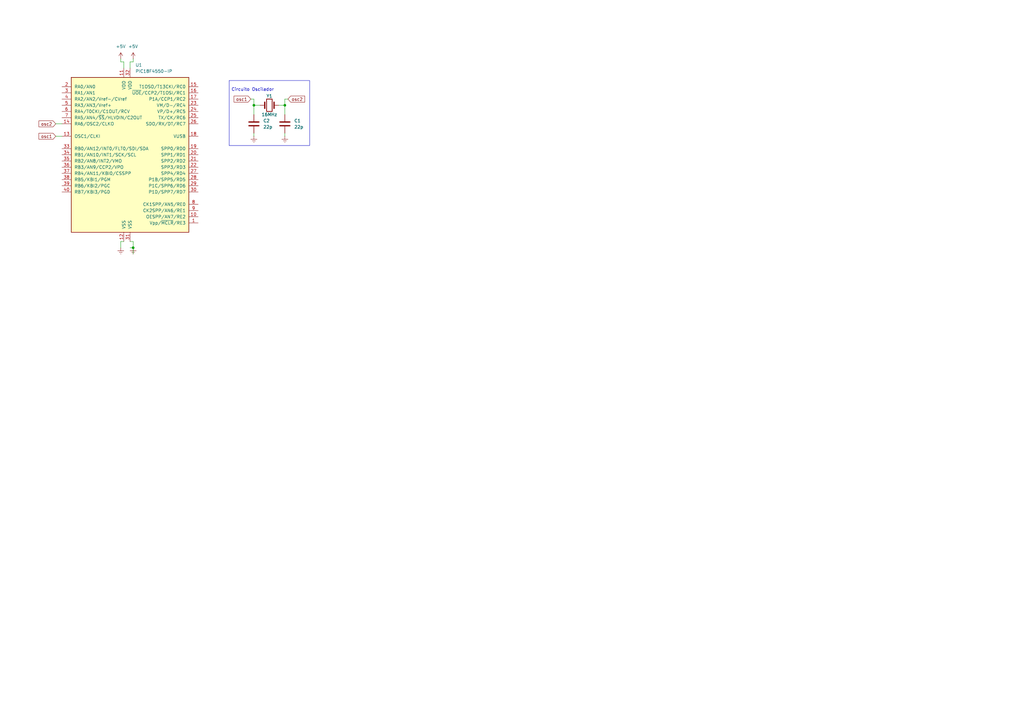
<source format=kicad_sch>
(kicad_sch
	(version 20231120)
	(generator "eeschema")
	(generator_version "8.0")
	(uuid "6a6fca06-2a07-4cf6-8455-6f0f871f8bc9")
	(paper "A3")
	(title_block
		(title "Projeto 1 - Carlos Daniel de Souza Nunes")
		(date "14/03/2025")
	)
	(lib_symbols
		(symbol "Device:C"
			(pin_numbers hide)
			(pin_names
				(offset 0.254)
			)
			(exclude_from_sim no)
			(in_bom yes)
			(on_board yes)
			(property "Reference" "C"
				(at 0.635 2.54 0)
				(effects
					(font
						(size 1.27 1.27)
					)
					(justify left)
				)
			)
			(property "Value" "C"
				(at 0.635 -2.54 0)
				(effects
					(font
						(size 1.27 1.27)
					)
					(justify left)
				)
			)
			(property "Footprint" ""
				(at 0.9652 -3.81 0)
				(effects
					(font
						(size 1.27 1.27)
					)
					(hide yes)
				)
			)
			(property "Datasheet" "~"
				(at 0 0 0)
				(effects
					(font
						(size 1.27 1.27)
					)
					(hide yes)
				)
			)
			(property "Description" "Unpolarized capacitor"
				(at 0 0 0)
				(effects
					(font
						(size 1.27 1.27)
					)
					(hide yes)
				)
			)
			(property "ki_keywords" "cap capacitor"
				(at 0 0 0)
				(effects
					(font
						(size 1.27 1.27)
					)
					(hide yes)
				)
			)
			(property "ki_fp_filters" "C_*"
				(at 0 0 0)
				(effects
					(font
						(size 1.27 1.27)
					)
					(hide yes)
				)
			)
			(symbol "C_0_1"
				(polyline
					(pts
						(xy -2.032 -0.762) (xy 2.032 -0.762)
					)
					(stroke
						(width 0.508)
						(type default)
					)
					(fill
						(type none)
					)
				)
				(polyline
					(pts
						(xy -2.032 0.762) (xy 2.032 0.762)
					)
					(stroke
						(width 0.508)
						(type default)
					)
					(fill
						(type none)
					)
				)
			)
			(symbol "C_1_1"
				(pin passive line
					(at 0 3.81 270)
					(length 2.794)
					(name "~"
						(effects
							(font
								(size 1.27 1.27)
							)
						)
					)
					(number "1"
						(effects
							(font
								(size 1.27 1.27)
							)
						)
					)
				)
				(pin passive line
					(at 0 -3.81 90)
					(length 2.794)
					(name "~"
						(effects
							(font
								(size 1.27 1.27)
							)
						)
					)
					(number "2"
						(effects
							(font
								(size 1.27 1.27)
							)
						)
					)
				)
			)
		)
		(symbol "Device:Crystal"
			(pin_numbers hide)
			(pin_names
				(offset 1.016) hide)
			(exclude_from_sim no)
			(in_bom yes)
			(on_board yes)
			(property "Reference" "Y"
				(at 0 3.81 0)
				(effects
					(font
						(size 1.27 1.27)
					)
				)
			)
			(property "Value" "Crystal"
				(at 0 -3.81 0)
				(effects
					(font
						(size 1.27 1.27)
					)
				)
			)
			(property "Footprint" ""
				(at 0 0 0)
				(effects
					(font
						(size 1.27 1.27)
					)
					(hide yes)
				)
			)
			(property "Datasheet" "~"
				(at 0 0 0)
				(effects
					(font
						(size 1.27 1.27)
					)
					(hide yes)
				)
			)
			(property "Description" "Two pin crystal"
				(at 0 0 0)
				(effects
					(font
						(size 1.27 1.27)
					)
					(hide yes)
				)
			)
			(property "ki_keywords" "quartz ceramic resonator oscillator"
				(at 0 0 0)
				(effects
					(font
						(size 1.27 1.27)
					)
					(hide yes)
				)
			)
			(property "ki_fp_filters" "Crystal*"
				(at 0 0 0)
				(effects
					(font
						(size 1.27 1.27)
					)
					(hide yes)
				)
			)
			(symbol "Crystal_0_1"
				(rectangle
					(start -1.143 2.54)
					(end 1.143 -2.54)
					(stroke
						(width 0.3048)
						(type default)
					)
					(fill
						(type none)
					)
				)
				(polyline
					(pts
						(xy -2.54 0) (xy -1.905 0)
					)
					(stroke
						(width 0)
						(type default)
					)
					(fill
						(type none)
					)
				)
				(polyline
					(pts
						(xy -1.905 -1.27) (xy -1.905 1.27)
					)
					(stroke
						(width 0.508)
						(type default)
					)
					(fill
						(type none)
					)
				)
				(polyline
					(pts
						(xy 1.905 -1.27) (xy 1.905 1.27)
					)
					(stroke
						(width 0.508)
						(type default)
					)
					(fill
						(type none)
					)
				)
				(polyline
					(pts
						(xy 2.54 0) (xy 1.905 0)
					)
					(stroke
						(width 0)
						(type default)
					)
					(fill
						(type none)
					)
				)
			)
			(symbol "Crystal_1_1"
				(pin passive line
					(at -3.81 0 0)
					(length 1.27)
					(name "1"
						(effects
							(font
								(size 1.27 1.27)
							)
						)
					)
					(number "1"
						(effects
							(font
								(size 1.27 1.27)
							)
						)
					)
				)
				(pin passive line
					(at 3.81 0 180)
					(length 1.27)
					(name "2"
						(effects
							(font
								(size 1.27 1.27)
							)
						)
					)
					(number "2"
						(effects
							(font
								(size 1.27 1.27)
							)
						)
					)
				)
			)
		)
		(symbol "MCU_Microchip_PIC18:PIC18F4550-IP"
			(pin_names
				(offset 1.27)
			)
			(exclude_from_sim no)
			(in_bom yes)
			(on_board yes)
			(property "Reference" "U"
				(at -22.86 33.02 0)
				(effects
					(font
						(size 1.27 1.27)
					)
				)
			)
			(property "Value" "PIC18F4550-IP"
				(at 13.97 -33.02 0)
				(effects
					(font
						(size 1.27 1.27)
					)
				)
			)
			(property "Footprint" "Package_DIP:DIP-40_W15.24mm"
				(at 0 5.08 0)
				(effects
					(font
						(size 1.27 1.27)
						(italic yes)
					)
					(hide yes)
				)
			)
			(property "Datasheet" "http://ww1.microchip.com/downloads/en/DeviceDoc/39760d.pdf"
				(at 0 -6.35 0)
				(effects
					(font
						(size 1.27 1.27)
					)
					(hide yes)
				)
			)
			(property "Description" "32K Flash, 2K SRAM, 256 EEPROM, USB, nanoWatt XLP, DIP40"
				(at 0 0 0)
				(effects
					(font
						(size 1.27 1.27)
					)
					(hide yes)
				)
			)
			(property "ki_keywords" "Flash-Based 8-Bit Microcontroller XLP"
				(at 0 0 0)
				(effects
					(font
						(size 1.27 1.27)
					)
					(hide yes)
				)
			)
			(property "ki_fp_filters" "DIP*W15.24mm* PDIP*W15.24mm*"
				(at 0 0 0)
				(effects
					(font
						(size 1.27 1.27)
					)
					(hide yes)
				)
			)
			(symbol "PIC18F4550-IP_0_1"
				(rectangle
					(start -24.13 31.75)
					(end 24.13 -31.75)
					(stroke
						(width 0.254)
						(type default)
					)
					(fill
						(type background)
					)
				)
			)
			(symbol "PIC18F4550-IP_1_1"
				(pin input line
					(at 27.94 -27.94 180)
					(length 3.81)
					(name "Vpp/~{MCLR}/RE3"
						(effects
							(font
								(size 1.27 1.27)
							)
						)
					)
					(number "1"
						(effects
							(font
								(size 1.27 1.27)
							)
						)
					)
				)
				(pin bidirectional line
					(at 27.94 -25.4 180)
					(length 3.81)
					(name "OESPP/AN7/RE2"
						(effects
							(font
								(size 1.27 1.27)
							)
						)
					)
					(number "10"
						(effects
							(font
								(size 1.27 1.27)
							)
						)
					)
				)
				(pin power_in line
					(at -2.54 35.56 270)
					(length 3.81)
					(name "VDD"
						(effects
							(font
								(size 1.27 1.27)
							)
						)
					)
					(number "11"
						(effects
							(font
								(size 1.27 1.27)
							)
						)
					)
				)
				(pin power_in line
					(at -2.54 -35.56 90)
					(length 3.81)
					(name "VSS"
						(effects
							(font
								(size 1.27 1.27)
							)
						)
					)
					(number "12"
						(effects
							(font
								(size 1.27 1.27)
							)
						)
					)
				)
				(pin input line
					(at -27.94 7.62 0)
					(length 3.81)
					(name "OSC1/CLKI"
						(effects
							(font
								(size 1.27 1.27)
							)
						)
					)
					(number "13"
						(effects
							(font
								(size 1.27 1.27)
							)
						)
					)
				)
				(pin output line
					(at -27.94 12.7 0)
					(length 3.81)
					(name "RA6/OSC2/CLKO"
						(effects
							(font
								(size 1.27 1.27)
							)
						)
					)
					(number "14"
						(effects
							(font
								(size 1.27 1.27)
							)
						)
					)
				)
				(pin bidirectional line
					(at 27.94 27.94 180)
					(length 3.81)
					(name "T1OSO/T13CKI/RC0"
						(effects
							(font
								(size 1.27 1.27)
							)
						)
					)
					(number "15"
						(effects
							(font
								(size 1.27 1.27)
							)
						)
					)
				)
				(pin bidirectional line
					(at 27.94 25.4 180)
					(length 3.81)
					(name "~{UOE}/CCP2/T1OSI/RC1"
						(effects
							(font
								(size 1.27 1.27)
							)
						)
					)
					(number "16"
						(effects
							(font
								(size 1.27 1.27)
							)
						)
					)
				)
				(pin bidirectional line
					(at 27.94 22.86 180)
					(length 3.81)
					(name "P1A/CCP1/RC2"
						(effects
							(font
								(size 1.27 1.27)
							)
						)
					)
					(number "17"
						(effects
							(font
								(size 1.27 1.27)
							)
						)
					)
				)
				(pin bidirectional line
					(at 27.94 7.62 180)
					(length 3.81)
					(name "VUSB"
						(effects
							(font
								(size 1.27 1.27)
							)
						)
					)
					(number "18"
						(effects
							(font
								(size 1.27 1.27)
							)
						)
					)
				)
				(pin bidirectional line
					(at 27.94 2.54 180)
					(length 3.81)
					(name "SPP0/RD0"
						(effects
							(font
								(size 1.27 1.27)
							)
						)
					)
					(number "19"
						(effects
							(font
								(size 1.27 1.27)
							)
						)
					)
				)
				(pin bidirectional line
					(at -27.94 27.94 0)
					(length 3.81)
					(name "RA0/AN0"
						(effects
							(font
								(size 1.27 1.27)
							)
						)
					)
					(number "2"
						(effects
							(font
								(size 1.27 1.27)
							)
						)
					)
				)
				(pin bidirectional line
					(at 27.94 0 180)
					(length 3.81)
					(name "SPP1/RD1"
						(effects
							(font
								(size 1.27 1.27)
							)
						)
					)
					(number "20"
						(effects
							(font
								(size 1.27 1.27)
							)
						)
					)
				)
				(pin bidirectional line
					(at 27.94 -2.54 180)
					(length 3.81)
					(name "SPP2/RD2"
						(effects
							(font
								(size 1.27 1.27)
							)
						)
					)
					(number "21"
						(effects
							(font
								(size 1.27 1.27)
							)
						)
					)
				)
				(pin bidirectional line
					(at 27.94 -5.08 180)
					(length 3.81)
					(name "SPP3/RD3"
						(effects
							(font
								(size 1.27 1.27)
							)
						)
					)
					(number "22"
						(effects
							(font
								(size 1.27 1.27)
							)
						)
					)
				)
				(pin bidirectional line
					(at 27.94 20.32 180)
					(length 3.81)
					(name "VM/D-/RC4"
						(effects
							(font
								(size 1.27 1.27)
							)
						)
					)
					(number "23"
						(effects
							(font
								(size 1.27 1.27)
							)
						)
					)
				)
				(pin bidirectional line
					(at 27.94 17.78 180)
					(length 3.81)
					(name "VP/D+/RC5"
						(effects
							(font
								(size 1.27 1.27)
							)
						)
					)
					(number "24"
						(effects
							(font
								(size 1.27 1.27)
							)
						)
					)
				)
				(pin bidirectional line
					(at 27.94 15.24 180)
					(length 3.81)
					(name "TX/CK/RC6"
						(effects
							(font
								(size 1.27 1.27)
							)
						)
					)
					(number "25"
						(effects
							(font
								(size 1.27 1.27)
							)
						)
					)
				)
				(pin bidirectional line
					(at 27.94 12.7 180)
					(length 3.81)
					(name "SDO/RX/DT/RC7"
						(effects
							(font
								(size 1.27 1.27)
							)
						)
					)
					(number "26"
						(effects
							(font
								(size 1.27 1.27)
							)
						)
					)
				)
				(pin bidirectional line
					(at 27.94 -7.62 180)
					(length 3.81)
					(name "SPP4/RD4"
						(effects
							(font
								(size 1.27 1.27)
							)
						)
					)
					(number "27"
						(effects
							(font
								(size 1.27 1.27)
							)
						)
					)
				)
				(pin bidirectional line
					(at 27.94 -10.16 180)
					(length 3.81)
					(name "P1B/SPP5/RD5"
						(effects
							(font
								(size 1.27 1.27)
							)
						)
					)
					(number "28"
						(effects
							(font
								(size 1.27 1.27)
							)
						)
					)
				)
				(pin bidirectional line
					(at 27.94 -12.7 180)
					(length 3.81)
					(name "P1C/SPP6/RD6"
						(effects
							(font
								(size 1.27 1.27)
							)
						)
					)
					(number "29"
						(effects
							(font
								(size 1.27 1.27)
							)
						)
					)
				)
				(pin bidirectional line
					(at -27.94 25.4 0)
					(length 3.81)
					(name "RA1/AN1"
						(effects
							(font
								(size 1.27 1.27)
							)
						)
					)
					(number "3"
						(effects
							(font
								(size 1.27 1.27)
							)
						)
					)
				)
				(pin bidirectional line
					(at 27.94 -15.24 180)
					(length 3.81)
					(name "P1D/SPP7/RD7"
						(effects
							(font
								(size 1.27 1.27)
							)
						)
					)
					(number "30"
						(effects
							(font
								(size 1.27 1.27)
							)
						)
					)
				)
				(pin power_in line
					(at 0 -35.56 90)
					(length 3.81)
					(name "VSS"
						(effects
							(font
								(size 1.27 1.27)
							)
						)
					)
					(number "31"
						(effects
							(font
								(size 1.27 1.27)
							)
						)
					)
				)
				(pin power_in line
					(at 0 35.56 270)
					(length 3.81)
					(name "VDD"
						(effects
							(font
								(size 1.27 1.27)
							)
						)
					)
					(number "32"
						(effects
							(font
								(size 1.27 1.27)
							)
						)
					)
				)
				(pin bidirectional line
					(at -27.94 2.54 0)
					(length 3.81)
					(name "RB0/AN12/INT0/FLT0/SDI/SDA"
						(effects
							(font
								(size 1.27 1.27)
							)
						)
					)
					(number "33"
						(effects
							(font
								(size 1.27 1.27)
							)
						)
					)
				)
				(pin bidirectional line
					(at -27.94 0 0)
					(length 3.81)
					(name "RB1/AN10/INT1/SCK/SCL"
						(effects
							(font
								(size 1.27 1.27)
							)
						)
					)
					(number "34"
						(effects
							(font
								(size 1.27 1.27)
							)
						)
					)
				)
				(pin bidirectional line
					(at -27.94 -2.54 0)
					(length 3.81)
					(name "RB2/AN8/INT2/VMO"
						(effects
							(font
								(size 1.27 1.27)
							)
						)
					)
					(number "35"
						(effects
							(font
								(size 1.27 1.27)
							)
						)
					)
				)
				(pin bidirectional line
					(at -27.94 -5.08 0)
					(length 3.81)
					(name "RB3/AN9/CCP2/VPO"
						(effects
							(font
								(size 1.27 1.27)
							)
						)
					)
					(number "36"
						(effects
							(font
								(size 1.27 1.27)
							)
						)
					)
				)
				(pin bidirectional line
					(at -27.94 -7.62 0)
					(length 3.81)
					(name "RB4/AN11/KBI0/CSSPP"
						(effects
							(font
								(size 1.27 1.27)
							)
						)
					)
					(number "37"
						(effects
							(font
								(size 1.27 1.27)
							)
						)
					)
				)
				(pin bidirectional line
					(at -27.94 -10.16 0)
					(length 3.81)
					(name "RB5/KBI1/PGM"
						(effects
							(font
								(size 1.27 1.27)
							)
						)
					)
					(number "38"
						(effects
							(font
								(size 1.27 1.27)
							)
						)
					)
				)
				(pin bidirectional line
					(at -27.94 -12.7 0)
					(length 3.81)
					(name "RB6/KBI2/PGC"
						(effects
							(font
								(size 1.27 1.27)
							)
						)
					)
					(number "39"
						(effects
							(font
								(size 1.27 1.27)
							)
						)
					)
				)
				(pin bidirectional line
					(at -27.94 22.86 0)
					(length 3.81)
					(name "RA2/AN2/Vref-/CVref"
						(effects
							(font
								(size 1.27 1.27)
							)
						)
					)
					(number "4"
						(effects
							(font
								(size 1.27 1.27)
							)
						)
					)
				)
				(pin bidirectional line
					(at -27.94 -15.24 0)
					(length 3.81)
					(name "RB7/KBI3/PGD"
						(effects
							(font
								(size 1.27 1.27)
							)
						)
					)
					(number "40"
						(effects
							(font
								(size 1.27 1.27)
							)
						)
					)
				)
				(pin bidirectional line
					(at -27.94 20.32 0)
					(length 3.81)
					(name "RA3/AN3/Vref+"
						(effects
							(font
								(size 1.27 1.27)
							)
						)
					)
					(number "5"
						(effects
							(font
								(size 1.27 1.27)
							)
						)
					)
				)
				(pin bidirectional line
					(at -27.94 17.78 0)
					(length 3.81)
					(name "RA4/T0CKI/C1OUT/RCV"
						(effects
							(font
								(size 1.27 1.27)
							)
						)
					)
					(number "6"
						(effects
							(font
								(size 1.27 1.27)
							)
						)
					)
				)
				(pin bidirectional line
					(at -27.94 15.24 0)
					(length 3.81)
					(name "RA5/AN4/~{SS}/HLVDIN/C2OUT"
						(effects
							(font
								(size 1.27 1.27)
							)
						)
					)
					(number "7"
						(effects
							(font
								(size 1.27 1.27)
							)
						)
					)
				)
				(pin bidirectional line
					(at 27.94 -20.32 180)
					(length 3.81)
					(name "CK1SPP/AN5/RE0"
						(effects
							(font
								(size 1.27 1.27)
							)
						)
					)
					(number "8"
						(effects
							(font
								(size 1.27 1.27)
							)
						)
					)
				)
				(pin bidirectional line
					(at 27.94 -22.86 180)
					(length 3.81)
					(name "CK2SPP/AN6/RE1"
						(effects
							(font
								(size 1.27 1.27)
							)
						)
					)
					(number "9"
						(effects
							(font
								(size 1.27 1.27)
							)
						)
					)
				)
			)
		)
		(symbol "power:+5V"
			(power)
			(pin_numbers hide)
			(pin_names
				(offset 0) hide)
			(exclude_from_sim no)
			(in_bom yes)
			(on_board yes)
			(property "Reference" "#PWR"
				(at 0 -3.81 0)
				(effects
					(font
						(size 1.27 1.27)
					)
					(hide yes)
				)
			)
			(property "Value" "+5V"
				(at 0 3.556 0)
				(effects
					(font
						(size 1.27 1.27)
					)
				)
			)
			(property "Footprint" ""
				(at 0 0 0)
				(effects
					(font
						(size 1.27 1.27)
					)
					(hide yes)
				)
			)
			(property "Datasheet" ""
				(at 0 0 0)
				(effects
					(font
						(size 1.27 1.27)
					)
					(hide yes)
				)
			)
			(property "Description" "Power symbol creates a global label with name \"+5V\""
				(at 0 0 0)
				(effects
					(font
						(size 1.27 1.27)
					)
					(hide yes)
				)
			)
			(property "ki_keywords" "global power"
				(at 0 0 0)
				(effects
					(font
						(size 1.27 1.27)
					)
					(hide yes)
				)
			)
			(symbol "+5V_0_1"
				(polyline
					(pts
						(xy -0.762 1.27) (xy 0 2.54)
					)
					(stroke
						(width 0)
						(type default)
					)
					(fill
						(type none)
					)
				)
				(polyline
					(pts
						(xy 0 0) (xy 0 2.54)
					)
					(stroke
						(width 0)
						(type default)
					)
					(fill
						(type none)
					)
				)
				(polyline
					(pts
						(xy 0 2.54) (xy 0.762 1.27)
					)
					(stroke
						(width 0)
						(type default)
					)
					(fill
						(type none)
					)
				)
			)
			(symbol "+5V_1_1"
				(pin power_in line
					(at 0 0 90)
					(length 0)
					(name "~"
						(effects
							(font
								(size 1.27 1.27)
							)
						)
					)
					(number "1"
						(effects
							(font
								(size 1.27 1.27)
							)
						)
					)
				)
			)
		)
		(symbol "power:Earth"
			(power)
			(pin_numbers hide)
			(pin_names
				(offset 0) hide)
			(exclude_from_sim no)
			(in_bom yes)
			(on_board yes)
			(property "Reference" "#PWR"
				(at 0 -6.35 0)
				(effects
					(font
						(size 1.27 1.27)
					)
					(hide yes)
				)
			)
			(property "Value" "Earth"
				(at 0 -3.81 0)
				(effects
					(font
						(size 1.27 1.27)
					)
				)
			)
			(property "Footprint" ""
				(at 0 0 0)
				(effects
					(font
						(size 1.27 1.27)
					)
					(hide yes)
				)
			)
			(property "Datasheet" "~"
				(at 0 0 0)
				(effects
					(font
						(size 1.27 1.27)
					)
					(hide yes)
				)
			)
			(property "Description" "Power symbol creates a global label with name \"Earth\""
				(at 0 0 0)
				(effects
					(font
						(size 1.27 1.27)
					)
					(hide yes)
				)
			)
			(property "ki_keywords" "global ground gnd"
				(at 0 0 0)
				(effects
					(font
						(size 1.27 1.27)
					)
					(hide yes)
				)
			)
			(symbol "Earth_0_1"
				(polyline
					(pts
						(xy -0.635 -1.905) (xy 0.635 -1.905)
					)
					(stroke
						(width 0)
						(type default)
					)
					(fill
						(type none)
					)
				)
				(polyline
					(pts
						(xy -0.127 -2.54) (xy 0.127 -2.54)
					)
					(stroke
						(width 0)
						(type default)
					)
					(fill
						(type none)
					)
				)
				(polyline
					(pts
						(xy 0 -1.27) (xy 0 0)
					)
					(stroke
						(width 0)
						(type default)
					)
					(fill
						(type none)
					)
				)
				(polyline
					(pts
						(xy 1.27 -1.27) (xy -1.27 -1.27)
					)
					(stroke
						(width 0)
						(type default)
					)
					(fill
						(type none)
					)
				)
			)
			(symbol "Earth_1_1"
				(pin power_in line
					(at 0 0 270)
					(length 0)
					(name "~"
						(effects
							(font
								(size 1.27 1.27)
							)
						)
					)
					(number "1"
						(effects
							(font
								(size 1.27 1.27)
							)
						)
					)
				)
			)
		)
	)
	(junction
		(at 104.14 43.18)
		(diameter 0)
		(color 0 0 0 0)
		(uuid "65c850ac-943a-4bff-9c09-3c103e676e53")
	)
	(junction
		(at 54.61 101.6)
		(diameter 0)
		(color 0 0 0 0)
		(uuid "67ba5aeb-73bc-4801-a285-fe0c55559652")
	)
	(junction
		(at 116.84 43.18)
		(diameter 0)
		(color 0 0 0 0)
		(uuid "f9617659-209a-4a94-949b-ee827b5caf6c")
	)
	(wire
		(pts
			(xy 102.87 40.64) (xy 104.14 40.64)
		)
		(stroke
			(width 0)
			(type default)
		)
		(uuid "08b9f605-4e9d-4374-bb87-d767162471db")
	)
	(wire
		(pts
			(xy 22.86 55.88) (xy 25.4 55.88)
		)
		(stroke
			(width 0)
			(type default)
		)
		(uuid "0c705ad7-f383-4813-a90b-1e9977711a31")
	)
	(wire
		(pts
			(xy 116.84 40.64) (xy 116.84 43.18)
		)
		(stroke
			(width 0)
			(type default)
		)
		(uuid "13fbfb6b-1c39-4278-b454-2a87e0bf9d3a")
	)
	(wire
		(pts
			(xy 50.8 25.4) (xy 50.8 27.94)
		)
		(stroke
			(width 0)
			(type default)
		)
		(uuid "2cc1e611-fa66-4ff9-b7f4-2d65cb443336")
	)
	(wire
		(pts
			(xy 104.14 40.64) (xy 104.14 43.18)
		)
		(stroke
			(width 0)
			(type default)
		)
		(uuid "300af0f3-1e81-4490-8453-e729eb95ff40")
	)
	(wire
		(pts
			(xy 53.34 25.4) (xy 54.61 25.4)
		)
		(stroke
			(width 0)
			(type default)
		)
		(uuid "3e48a0b6-8541-431e-bdc5-fcf209821494")
	)
	(wire
		(pts
			(xy 114.3 43.18) (xy 116.84 43.18)
		)
		(stroke
			(width 0)
			(type default)
		)
		(uuid "3f3888fa-18d7-4266-aef7-cfe3b91bebde")
	)
	(wire
		(pts
			(xy 49.53 25.4) (xy 50.8 25.4)
		)
		(stroke
			(width 0)
			(type default)
		)
		(uuid "5b04115c-a9d0-4243-b0d6-684cefcd1dfd")
	)
	(wire
		(pts
			(xy 53.34 27.94) (xy 53.34 25.4)
		)
		(stroke
			(width 0)
			(type default)
		)
		(uuid "64e79229-d11c-4b06-b9a1-a9c354c3fb41")
	)
	(wire
		(pts
			(xy 118.11 40.64) (xy 116.84 40.64)
		)
		(stroke
			(width 0)
			(type default)
		)
		(uuid "7ccfeeed-a7de-48a2-a148-4a5abd2d3449")
	)
	(wire
		(pts
			(xy 53.34 99.06) (xy 54.61 99.06)
		)
		(stroke
			(width 0)
			(type default)
		)
		(uuid "80d6a687-3b71-4d6c-b305-d0d03cd07743")
	)
	(wire
		(pts
			(xy 53.34 101.6) (xy 54.61 101.6)
		)
		(stroke
			(width 0)
			(type default)
		)
		(uuid "8aba976d-2997-4d02-a199-0d8c1c446296")
	)
	(wire
		(pts
			(xy 49.53 99.06) (xy 49.53 101.6)
		)
		(stroke
			(width 0)
			(type default)
		)
		(uuid "90571f77-ab66-48a9-8f8c-29ea85e43919")
	)
	(wire
		(pts
			(xy 54.61 99.06) (xy 54.61 101.6)
		)
		(stroke
			(width 0)
			(type default)
		)
		(uuid "9352cbca-5372-4b0a-8fde-16e4907028f8")
	)
	(wire
		(pts
			(xy 54.61 101.6) (xy 54.61 104.14)
		)
		(stroke
			(width 0)
			(type default)
		)
		(uuid "a81117b8-4c0f-4b67-9cc7-3c4e7016465b")
	)
	(wire
		(pts
			(xy 54.61 25.4) (xy 54.61 24.13)
		)
		(stroke
			(width 0)
			(type default)
		)
		(uuid "adbe6d0e-c80c-4f6a-a77d-453666ffae8e")
	)
	(wire
		(pts
			(xy 104.14 43.18) (xy 104.14 46.99)
		)
		(stroke
			(width 0)
			(type default)
		)
		(uuid "af5c5be1-380e-4d36-b12a-9170a05974fc")
	)
	(wire
		(pts
			(xy 104.14 54.61) (xy 104.14 55.88)
		)
		(stroke
			(width 0)
			(type default)
		)
		(uuid "c0aca271-a474-455d-a30b-45bb52b959c3")
	)
	(wire
		(pts
			(xy 49.53 24.13) (xy 49.53 25.4)
		)
		(stroke
			(width 0)
			(type default)
		)
		(uuid "d9325ef1-bfe6-493a-9550-6e08232fd865")
	)
	(wire
		(pts
			(xy 116.84 54.61) (xy 116.84 55.88)
		)
		(stroke
			(width 0)
			(type default)
		)
		(uuid "dc772898-0892-4581-a5b6-b564c284a246")
	)
	(wire
		(pts
			(xy 22.86 50.8) (xy 25.4 50.8)
		)
		(stroke
			(width 0)
			(type default)
		)
		(uuid "deba58eb-c4c3-4f17-88a7-fec8a9c8c8db")
	)
	(wire
		(pts
			(xy 116.84 43.18) (xy 116.84 46.99)
		)
		(stroke
			(width 0)
			(type default)
		)
		(uuid "e4837719-866a-4ef6-a5c9-597a6b7b1b1b")
	)
	(wire
		(pts
			(xy 50.8 99.06) (xy 49.53 99.06)
		)
		(stroke
			(width 0)
			(type default)
		)
		(uuid "f3fa93ff-18d4-4a93-9d05-9cc0c0741dcb")
	)
	(wire
		(pts
			(xy 106.68 43.18) (xy 104.14 43.18)
		)
		(stroke
			(width 0)
			(type default)
		)
		(uuid "feeae5e0-6bbc-49c8-a7e5-25b8c6b7f164")
	)
	(rectangle
		(start 93.98 33.02)
		(end 127 59.69)
		(stroke
			(width 0)
			(type default)
		)
		(fill
			(type none)
		)
		(uuid d9915da3-0e83-425d-b022-8823f944cbad)
	)
	(text "Circuito Oscilador"
		(exclude_from_sim no)
		(at 103.632 36.83 0)
		(effects
			(font
				(size 1.27 1.27)
			)
		)
		(uuid "437f7f5f-76ad-443b-83b2-8b20b418e467")
	)
	(global_label "osc2"
		(shape input)
		(at 118.11 40.64 0)
		(fields_autoplaced yes)
		(effects
			(font
				(size 1.27 1.27)
			)
			(justify left)
		)
		(uuid "83be90a4-92ab-4242-a72f-973d0a051006")
		(property "Intersheetrefs" "${INTERSHEET_REFS}"
			(at 125.5704 40.64 0)
			(effects
				(font
					(size 1.27 1.27)
				)
				(justify left)
				(hide yes)
			)
		)
	)
	(global_label "osc2"
		(shape input)
		(at 22.86 50.8 180)
		(fields_autoplaced yes)
		(effects
			(font
				(size 1.27 1.27)
			)
			(justify right)
		)
		(uuid "a361be6a-50a0-4c96-9168-ec44227680b5")
		(property "Intersheetrefs" "${INTERSHEET_REFS}"
			(at 15.3996 50.8 0)
			(effects
				(font
					(size 1.27 1.27)
				)
				(justify right)
				(hide yes)
			)
		)
	)
	(global_label "osc1"
		(shape input)
		(at 22.86 55.88 180)
		(fields_autoplaced yes)
		(effects
			(font
				(size 1.27 1.27)
			)
			(justify right)
		)
		(uuid "b17f648b-0b45-4968-94fa-fade3bdc1102")
		(property "Intersheetrefs" "${INTERSHEET_REFS}"
			(at 15.3996 55.88 0)
			(effects
				(font
					(size 1.27 1.27)
				)
				(justify right)
				(hide yes)
			)
		)
	)
	(global_label "osc1"
		(shape input)
		(at 102.87 40.64 180)
		(fields_autoplaced yes)
		(effects
			(font
				(size 1.27 1.27)
			)
			(justify right)
		)
		(uuid "e5d5c5ed-55da-4721-a9e7-0d5a155c23fe")
		(property "Intersheetrefs" "${INTERSHEET_REFS}"
			(at 95.4096 40.64 0)
			(effects
				(font
					(size 1.27 1.27)
				)
				(justify right)
				(hide yes)
			)
		)
	)
	(symbol
		(lib_id "Device:C")
		(at 104.14 50.8 180)
		(unit 1)
		(exclude_from_sim no)
		(in_bom yes)
		(on_board yes)
		(dnp no)
		(fields_autoplaced yes)
		(uuid "02c5cbf6-65d3-4f1f-aabd-0d358420d663")
		(property "Reference" "C2"
			(at 107.95 49.5299 0)
			(effects
				(font
					(size 1.27 1.27)
				)
				(justify right)
			)
		)
		(property "Value" "22p"
			(at 107.95 52.0699 0)
			(effects
				(font
					(size 1.27 1.27)
				)
				(justify right)
			)
		)
		(property "Footprint" ""
			(at 103.1748 46.99 0)
			(effects
				(font
					(size 1.27 1.27)
				)
				(hide yes)
			)
		)
		(property "Datasheet" "~"
			(at 104.14 50.8 0)
			(effects
				(font
					(size 1.27 1.27)
				)
				(hide yes)
			)
		)
		(property "Description" "Unpolarized capacitor"
			(at 104.14 50.8 0)
			(effects
				(font
					(size 1.27 1.27)
				)
				(hide yes)
			)
		)
		(pin "1"
			(uuid "ba477810-5969-4642-9fe2-7f9155fd2082")
		)
		(pin "2"
			(uuid "584344d7-80d7-465a-b579-82fbbda48989")
		)
		(instances
			(project ""
				(path "/6a6fca06-2a07-4cf6-8455-6f0f871f8bc9"
					(reference "C2")
					(unit 1)
				)
			)
		)
	)
	(symbol
		(lib_id "power:Earth")
		(at 116.84 55.88 0)
		(unit 1)
		(exclude_from_sim no)
		(in_bom yes)
		(on_board yes)
		(dnp no)
		(fields_autoplaced yes)
		(uuid "140dfcf6-b893-4020-b6e0-4ae056017e28")
		(property "Reference" "#PWR04"
			(at 116.84 62.23 0)
			(effects
				(font
					(size 1.27 1.27)
				)
				(hide yes)
			)
		)
		(property "Value" "Earth"
			(at 116.84 60.96 0)
			(effects
				(font
					(size 1.27 1.27)
				)
				(hide yes)
			)
		)
		(property "Footprint" ""
			(at 116.84 55.88 0)
			(effects
				(font
					(size 1.27 1.27)
				)
				(hide yes)
			)
		)
		(property "Datasheet" "~"
			(at 116.84 55.88 0)
			(effects
				(font
					(size 1.27 1.27)
				)
				(hide yes)
			)
		)
		(property "Description" "Power symbol creates a global label with name \"Earth\""
			(at 116.84 55.88 0)
			(effects
				(font
					(size 1.27 1.27)
				)
				(hide yes)
			)
		)
		(pin "1"
			(uuid "8d8c88c8-bf20-4b24-b616-af272245b478")
		)
		(instances
			(project ""
				(path "/6a6fca06-2a07-4cf6-8455-6f0f871f8bc9"
					(reference "#PWR04")
					(unit 1)
				)
			)
		)
	)
	(symbol
		(lib_id "power:Earth")
		(at 49.53 101.6 0)
		(unit 1)
		(exclude_from_sim no)
		(in_bom yes)
		(on_board yes)
		(dnp no)
		(fields_autoplaced yes)
		(uuid "410353e7-592c-4a49-b3bb-3c42f2a8ad6d")
		(property "Reference" "#PWR02"
			(at 49.53 107.95 0)
			(effects
				(font
					(size 1.27 1.27)
				)
				(hide yes)
			)
		)
		(property "Value" "Earth"
			(at 49.53 106.68 0)
			(effects
				(font
					(size 1.27 1.27)
				)
				(hide yes)
			)
		)
		(property "Footprint" ""
			(at 49.53 101.6 0)
			(effects
				(font
					(size 1.27 1.27)
				)
				(hide yes)
			)
		)
		(property "Datasheet" "~"
			(at 49.53 101.6 0)
			(effects
				(font
					(size 1.27 1.27)
				)
				(hide yes)
			)
		)
		(property "Description" "Power symbol creates a global label with name \"Earth\""
			(at 49.53 101.6 0)
			(effects
				(font
					(size 1.27 1.27)
				)
				(hide yes)
			)
		)
		(pin "1"
			(uuid "6051e621-7f52-4442-909f-d0a4248cc684")
		)
		(instances
			(project "Projeto_I"
				(path "/6a6fca06-2a07-4cf6-8455-6f0f871f8bc9"
					(reference "#PWR02")
					(unit 1)
				)
			)
		)
	)
	(symbol
		(lib_id "MCU_Microchip_PIC18:PIC18F4550-IP")
		(at 53.34 63.5 0)
		(unit 1)
		(exclude_from_sim no)
		(in_bom yes)
		(on_board yes)
		(dnp no)
		(fields_autoplaced yes)
		(uuid "4d584eb5-4180-4220-96ff-a330d006fec0")
		(property "Reference" "U1"
			(at 55.5341 26.67 0)
			(effects
				(font
					(size 1.27 1.27)
				)
				(justify left)
			)
		)
		(property "Value" "PIC18F4550-IP"
			(at 55.5341 29.21 0)
			(effects
				(font
					(size 1.27 1.27)
				)
				(justify left)
			)
		)
		(property "Footprint" "Package_DIP:DIP-40_W15.24mm"
			(at 53.34 58.42 0)
			(effects
				(font
					(size 1.27 1.27)
					(italic yes)
				)
				(hide yes)
			)
		)
		(property "Datasheet" "http://ww1.microchip.com/downloads/en/DeviceDoc/39760d.pdf"
			(at 53.34 69.85 0)
			(effects
				(font
					(size 1.27 1.27)
				)
				(hide yes)
			)
		)
		(property "Description" "32K Flash, 2K SRAM, 256 EEPROM, USB, nanoWatt XLP, DIP40"
			(at 53.34 63.5 0)
			(effects
				(font
					(size 1.27 1.27)
				)
				(hide yes)
			)
		)
		(pin "28"
			(uuid "11b3da79-c9b9-41e6-a292-ac6362983aca")
		)
		(pin "34"
			(uuid "46314fe6-6eda-4834-aa9a-7098c8541983")
		)
		(pin "39"
			(uuid "a58288c7-327b-4ff0-8071-849fea0668fa")
		)
		(pin "4"
			(uuid "29c80670-c905-4d9c-bb1b-6f79015c7e20")
		)
		(pin "12"
			(uuid "54c7ee19-7b64-4020-bbf0-6d17a2367100")
		)
		(pin "10"
			(uuid "8db3fde4-b400-4521-9bd0-5c20544fe283")
		)
		(pin "24"
			(uuid "ed0739c9-5bc4-47ca-be69-d3ce0437462f")
		)
		(pin "11"
			(uuid "bc41e070-3dc1-4736-aa69-ec92a105da5b")
		)
		(pin "15"
			(uuid "501f2f38-a9ce-4ec7-9b64-7c2b08bf86bf")
		)
		(pin "29"
			(uuid "10e85c9f-a19d-43a2-aecc-66da289b53e8")
		)
		(pin "5"
			(uuid "4213e1f7-6660-418c-981a-08be2197c850")
		)
		(pin "9"
			(uuid "085e8902-0818-4ea5-8b12-023e0b162164")
		)
		(pin "37"
			(uuid "73cd707c-76e7-431c-b2e2-2c0c0b114070")
		)
		(pin "17"
			(uuid "7eef3ceb-c875-4492-b948-fc96f9deb44c")
		)
		(pin "2"
			(uuid "c5eba25d-8a93-4c7e-b382-6f940c282cd9")
		)
		(pin "33"
			(uuid "db7d63fd-7800-4811-8085-32d181a01ec0")
		)
		(pin "8"
			(uuid "2229d1b9-98e3-4365-9a92-ce596d82f6a2")
		)
		(pin "31"
			(uuid "cb26c40a-ce85-4ea0-8fb3-cb95d8d7210b")
		)
		(pin "35"
			(uuid "50b184f2-59e1-4a25-9056-a4c74951243d")
		)
		(pin "21"
			(uuid "0f6aa9bb-db8d-4c34-af3e-988b369e1252")
		)
		(pin "19"
			(uuid "a300e431-54fd-47f6-8396-d144afa2de26")
		)
		(pin "38"
			(uuid "c4d97712-e566-46f8-ab93-6998c0711e30")
		)
		(pin "1"
			(uuid "51910199-d822-4653-a9db-986de31554b3")
		)
		(pin "40"
			(uuid "6f4fd4f5-c882-4f6f-9fa5-5df09454ab0d")
		)
		(pin "6"
			(uuid "427e4dee-230d-41a2-abf9-10e824e0b0e9")
		)
		(pin "7"
			(uuid "428cdba7-021a-43b2-b5ca-dcc170bafb52")
		)
		(pin "16"
			(uuid "15dccffc-1030-4571-9893-f86aa83a84a8")
		)
		(pin "20"
			(uuid "09ab9c12-1f67-4d6c-b5ab-4f35fb376dac")
		)
		(pin "18"
			(uuid "dad52153-ed60-43d9-9b03-7d1d86efedbf")
		)
		(pin "22"
			(uuid "e09e7e3b-4588-434c-8f9a-f631ee7cbd35")
		)
		(pin "27"
			(uuid "2744a274-a1c8-4455-8e7d-b1a8921d6c4b")
		)
		(pin "13"
			(uuid "fcdc9441-1830-40b8-b1dc-54530b136070")
		)
		(pin "14"
			(uuid "1410e873-012b-4a7c-b822-ee5635fdb9ff")
		)
		(pin "25"
			(uuid "ee4b3cf0-8423-4d53-a76a-9c1ece7e36ce")
		)
		(pin "30"
			(uuid "5aac16d4-b133-45d1-a93b-02090ce17dae")
		)
		(pin "3"
			(uuid "e6e411a7-17d8-47b0-a1cf-60ecb7691ea5")
		)
		(pin "32"
			(uuid "7cfe5b84-ae11-4719-a6f9-b210943f6de7")
		)
		(pin "36"
			(uuid "6b0f4440-b17d-47b1-a92c-75ee0ec0f9c4")
		)
		(pin "26"
			(uuid "f11717d8-044c-4365-951e-fb2c29a2c396")
		)
		(pin "23"
			(uuid "66e0c8b5-d3dc-432a-88e1-22d52aa9251f")
		)
		(instances
			(project ""
				(path "/6a6fca06-2a07-4cf6-8455-6f0f871f8bc9"
					(reference "U1")
					(unit 1)
				)
			)
		)
	)
	(symbol
		(lib_id "power:Earth")
		(at 104.14 55.88 0)
		(unit 1)
		(exclude_from_sim no)
		(in_bom yes)
		(on_board yes)
		(dnp no)
		(fields_autoplaced yes)
		(uuid "6681882e-887d-4df4-93fc-18b62493df51")
		(property "Reference" "#PWR03"
			(at 104.14 62.23 0)
			(effects
				(font
					(size 1.27 1.27)
				)
				(hide yes)
			)
		)
		(property "Value" "Earth"
			(at 104.14 60.96 0)
			(effects
				(font
					(size 1.27 1.27)
				)
				(hide yes)
			)
		)
		(property "Footprint" ""
			(at 104.14 55.88 0)
			(effects
				(font
					(size 1.27 1.27)
				)
				(hide yes)
			)
		)
		(property "Datasheet" "~"
			(at 104.14 55.88 0)
			(effects
				(font
					(size 1.27 1.27)
				)
				(hide yes)
			)
		)
		(property "Description" "Power symbol creates a global label with name \"Earth\""
			(at 104.14 55.88 0)
			(effects
				(font
					(size 1.27 1.27)
				)
				(hide yes)
			)
		)
		(pin "1"
			(uuid "e49a9f8d-1fd6-4d25-8aad-037757620b19")
		)
		(instances
			(project ""
				(path "/6a6fca06-2a07-4cf6-8455-6f0f871f8bc9"
					(reference "#PWR03")
					(unit 1)
				)
			)
		)
	)
	(symbol
		(lib_id "power:+5V")
		(at 49.53 24.13 0)
		(unit 1)
		(exclude_from_sim no)
		(in_bom yes)
		(on_board yes)
		(dnp no)
		(fields_autoplaced yes)
		(uuid "78c19825-77bb-4268-8627-2bd3ad41b2b8")
		(property "Reference" "#PWR01"
			(at 49.53 27.94 0)
			(effects
				(font
					(size 1.27 1.27)
				)
				(hide yes)
			)
		)
		(property "Value" "+5V"
			(at 49.53 19.05 0)
			(effects
				(font
					(size 1.27 1.27)
				)
			)
		)
		(property "Footprint" ""
			(at 49.53 24.13 0)
			(effects
				(font
					(size 1.27 1.27)
				)
				(hide yes)
			)
		)
		(property "Datasheet" ""
			(at 49.53 24.13 0)
			(effects
				(font
					(size 1.27 1.27)
				)
				(hide yes)
			)
		)
		(property "Description" "Power symbol creates a global label with name \"+5V\""
			(at 49.53 24.13 0)
			(effects
				(font
					(size 1.27 1.27)
				)
				(hide yes)
			)
		)
		(pin "1"
			(uuid "f98f8d1d-d1cf-4f81-bfda-566bd627d933")
		)
		(instances
			(project ""
				(path "/6a6fca06-2a07-4cf6-8455-6f0f871f8bc9"
					(reference "#PWR01")
					(unit 1)
				)
			)
		)
	)
	(symbol
		(lib_id "Device:C")
		(at 116.84 50.8 0)
		(unit 1)
		(exclude_from_sim no)
		(in_bom yes)
		(on_board yes)
		(dnp no)
		(fields_autoplaced yes)
		(uuid "a9ab12ca-86a7-48dc-ab59-7b1e2e6cbe47")
		(property "Reference" "C1"
			(at 120.65 49.5299 0)
			(effects
				(font
					(size 1.27 1.27)
				)
				(justify left)
			)
		)
		(property "Value" "22p"
			(at 120.65 52.0699 0)
			(effects
				(font
					(size 1.27 1.27)
				)
				(justify left)
			)
		)
		(property "Footprint" "Capacitor_THT:C_Disc_D7.5mm_W5.0mm_P7.50mm"
			(at 117.8052 54.61 0)
			(effects
				(font
					(size 1.27 1.27)
				)
				(hide yes)
			)
		)
		(property "Datasheet" "~"
			(at 116.84 50.8 0)
			(effects
				(font
					(size 1.27 1.27)
				)
				(hide yes)
			)
		)
		(property "Description" "Unpolarized capacitor"
			(at 116.84 50.8 0)
			(effects
				(font
					(size 1.27 1.27)
				)
				(hide yes)
			)
		)
		(pin "1"
			(uuid "54eafe9a-8fcf-45ce-be19-62223aeb5d43")
		)
		(pin "2"
			(uuid "b7aec078-ce74-4e31-ab35-a1f3de662489")
		)
		(instances
			(project ""
				(path "/6a6fca06-2a07-4cf6-8455-6f0f871f8bc9"
					(reference "C1")
					(unit 1)
				)
			)
		)
	)
	(symbol
		(lib_id "power:Earth")
		(at 54.61 101.6 0)
		(unit 1)
		(exclude_from_sim no)
		(in_bom yes)
		(on_board yes)
		(dnp no)
		(fields_autoplaced yes)
		(uuid "da76cfd4-68d0-479b-8764-9f6ef9967377")
		(property "Reference" "#PWR05"
			(at 54.61 107.95 0)
			(effects
				(font
					(size 1.27 1.27)
				)
				(hide yes)
			)
		)
		(property "Value" "Earth"
			(at 54.61 106.68 0)
			(effects
				(font
					(size 1.27 1.27)
				)
				(hide yes)
			)
		)
		(property "Footprint" ""
			(at 54.61 101.6 0)
			(effects
				(font
					(size 1.27 1.27)
				)
				(hide yes)
			)
		)
		(property "Datasheet" "~"
			(at 54.61 101.6 0)
			(effects
				(font
					(size 1.27 1.27)
				)
				(hide yes)
			)
		)
		(property "Description" "Power symbol creates a global label with name \"Earth\""
			(at 54.61 101.6 0)
			(effects
				(font
					(size 1.27 1.27)
				)
				(hide yes)
			)
		)
		(pin "1"
			(uuid "ecac88e9-7fb6-4ac5-9d26-ab8c17bd0a2f")
		)
		(instances
			(project "Projeto_I"
				(path "/6a6fca06-2a07-4cf6-8455-6f0f871f8bc9"
					(reference "#PWR05")
					(unit 1)
				)
			)
		)
	)
	(symbol
		(lib_id "power:+5V")
		(at 54.61 24.13 0)
		(unit 1)
		(exclude_from_sim no)
		(in_bom yes)
		(on_board yes)
		(dnp no)
		(fields_autoplaced yes)
		(uuid "db5d22a4-668d-41b1-913f-c1bfcabfa2c0")
		(property "Reference" "#PWR06"
			(at 54.61 27.94 0)
			(effects
				(font
					(size 1.27 1.27)
				)
				(hide yes)
			)
		)
		(property "Value" "+5V"
			(at 54.61 19.05 0)
			(effects
				(font
					(size 1.27 1.27)
				)
			)
		)
		(property "Footprint" ""
			(at 54.61 24.13 0)
			(effects
				(font
					(size 1.27 1.27)
				)
				(hide yes)
			)
		)
		(property "Datasheet" ""
			(at 54.61 24.13 0)
			(effects
				(font
					(size 1.27 1.27)
				)
				(hide yes)
			)
		)
		(property "Description" "Power symbol creates a global label with name \"+5V\""
			(at 54.61 24.13 0)
			(effects
				(font
					(size 1.27 1.27)
				)
				(hide yes)
			)
		)
		(pin "1"
			(uuid "dd472293-9fa1-4b37-b095-c1b6b3105783")
		)
		(instances
			(project "Projeto_I"
				(path "/6a6fca06-2a07-4cf6-8455-6f0f871f8bc9"
					(reference "#PWR06")
					(unit 1)
				)
			)
		)
	)
	(symbol
		(lib_id "Device:Crystal")
		(at 110.49 43.18 180)
		(unit 1)
		(exclude_from_sim no)
		(in_bom yes)
		(on_board yes)
		(dnp no)
		(uuid "ea585f87-62bf-4eaf-989b-7801d6ca165e")
		(property "Reference" "Y1"
			(at 110.49 39.37 0)
			(effects
				(font
					(size 1.27 1.27)
				)
			)
		)
		(property "Value" "16MHz"
			(at 110.49 46.99 0)
			(effects
				(font
					(size 1.27 1.27)
				)
			)
		)
		(property "Footprint" "Crystal:Crystal_HC49-U_Vertical"
			(at 110.49 43.18 0)
			(effects
				(font
					(size 1.27 1.27)
				)
				(hide yes)
			)
		)
		(property "Datasheet" "~"
			(at 110.49 43.18 0)
			(effects
				(font
					(size 1.27 1.27)
				)
				(hide yes)
			)
		)
		(property "Description" "Two pin crystal"
			(at 110.49 43.18 0)
			(effects
				(font
					(size 1.27 1.27)
				)
				(hide yes)
			)
		)
		(pin "2"
			(uuid "b2ae5757-0537-4d2f-93b5-cc31257197bb")
		)
		(pin "1"
			(uuid "59d469dc-9290-4429-9f5c-ed82d02483db")
		)
		(instances
			(project ""
				(path "/6a6fca06-2a07-4cf6-8455-6f0f871f8bc9"
					(reference "Y1")
					(unit 1)
				)
			)
		)
	)
	(sheet_instances
		(path "/"
			(page "1")
		)
	)
)

</source>
